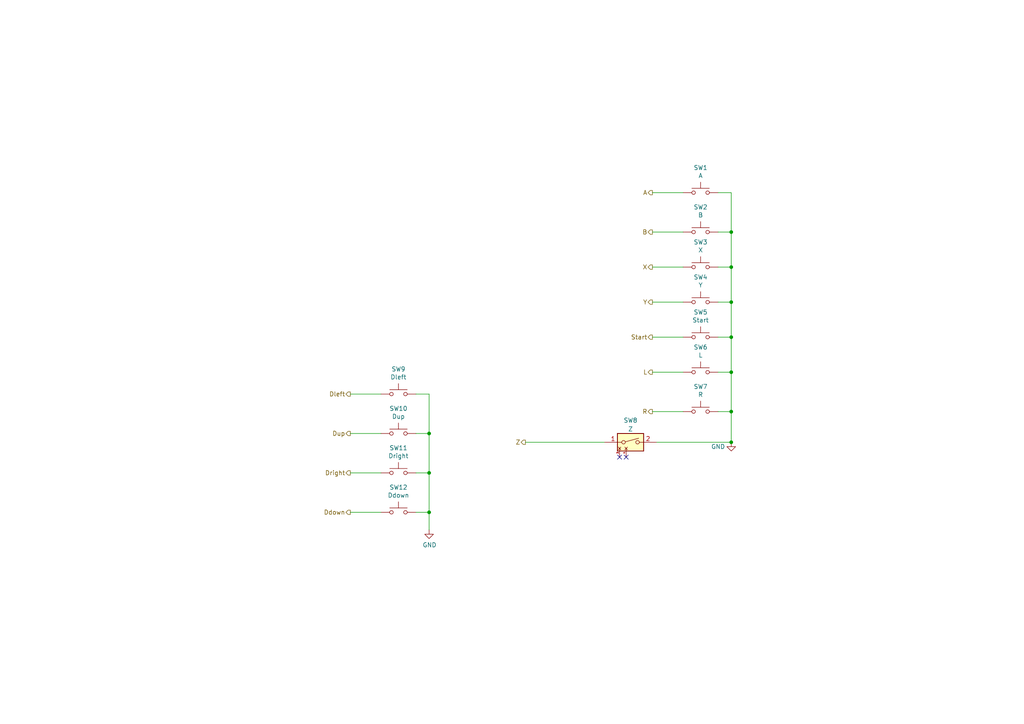
<source format=kicad_sch>
(kicad_sch (version 20211123) (generator eeschema)
  (paper "A4")
  (title_block (title "PHORAE") (rev "A"))
  (lib_symbols
    (symbol "PhobGCC_Symbol_Library:SW_DIP_x01" (pin_names (offset 0) hide)
      (property "Reference" "SW8" (at 0 6.35 0))
      (property "Value" "Z" (at 0 3.81 0))
      (symbol "SW_DIP_x01_0_0"
        (circle (center -2.032 0) (radius 0.508))
        (polyline (pts (xy -1.524 0.127) (xy 2.3622 1.1684)))
        (circle (center 2.032 0) (radius 0.508))
      )
      (symbol "SW_DIP_x01_0_1"
        (rectangle (start -3.81 2.54) (end 3.81 -2.54) (stroke (width 0.254)) (fill (type background)))
      )
      (symbol "SW_DIP_x01_1_1"
        (pin passive line (at -7.62 0 0) (length 5.08) (name "~") (number "1"))
        (pin passive line (at 7.62 0 180) (length 5.08) (name "~") (number "2"))
        (pin no_connect line (at -3.175 -1.778 270) (length 2.54) (name "") (number "3"))
        (pin no_connect line (at -1.27 -1.778 270) (length 2.54) (name "") (number "4"))
      )
    )
    (symbol "Switch:SW_Push" (pin_numbers hide) (pin_names (offset 1.016) hide)
      (property "Reference" "SW" (at 1.27 2.54 0))
      (property "Value" "SW_Push" (at 0 -1.524 0))
      (symbol "SW_Push_0_1"
        (circle (center -2.032 0) (radius 0.508))
        (polyline (pts (xy 0 1.27) (xy 0 3.048)))
        (polyline (pts (xy 2.54 1.27) (xy -2.54 1.27)))
        (circle (center 2.032 0) (radius 0.508))
        (pin passive line (at -5.08 0 0) (length 2.54) (name "1") (number "1"))
        (pin passive line (at 5.08 0 180) (length 2.54) (name "2") (number "2"))
      )
    )
    (symbol "power:GND" (power) (pin_names (offset 0))
      (property "Value" "GND" (at 0 -3.81 0))
      (symbol "GND_0_1"
        (polyline (pts (xy 0 0) (xy 0 -1.27) (xy 1.27 -1.27) (xy 0 -2.54) (xy -1.27 -1.27) (xy 0 -1.27)))
      )
      (symbol "GND_1_1"
        (pin power_in line (at 0 0 270) (length 0) hide (name "GND") (number "1"))
      )
    )
  )
  (junction (at 212.09 128.27))
  (junction (at 212.09 77.47))
  (junction (at 124.46 148.59))
  (junction (at 212.09 97.79))
  (junction (at 212.09 107.95))
  (junction (at 212.09 119.38))
  (junction (at 124.46 137.16))
  (junction (at 212.09 87.63))
  (junction (at 124.46 125.73))
  (junction (at 212.09 67.31))
  (no_connect (at 181.61 132.588))
  (no_connect (at 179.705 132.588))
  (wire (pts (xy 124.46 125.73) (xy 124.46 137.16)))
  (wire (pts (xy 198.12 55.88) (xy 189.23 55.88)))
  (wire (pts (xy 208.28 119.38) (xy 212.09 119.38)))
  (wire (pts (xy 190.5 128.27) (xy 212.09 128.27)))
  (wire (pts (xy 212.09 119.38) (xy 212.09 107.95)))
  (wire (pts (xy 198.12 97.79) (xy 189.23 97.79)))
  (wire (pts (xy 120.65 137.16) (xy 124.46 137.16)))
  (wire (pts (xy 212.09 77.47) (xy 212.09 67.31)))
  (wire (pts (xy 212.09 87.63) (xy 212.09 77.47)))
  (wire (pts (xy 120.65 114.3) (xy 124.46 114.3)))
  (wire (pts (xy 110.49 114.3) (xy 101.6 114.3)))
  (wire (pts (xy 198.12 107.95) (xy 189.23 107.95)))
  (wire (pts (xy 198.12 77.47) (xy 189.23 77.47)))
  (wire (pts (xy 110.49 137.16) (xy 101.6 137.16)))
  (wire (pts (xy 208.28 77.47) (xy 212.09 77.47)))
  (wire (pts (xy 120.65 148.59) (xy 124.46 148.59)))
  (wire (pts (xy 208.28 87.63) (xy 212.09 87.63)))
  (wire (pts (xy 198.12 87.63) (xy 189.23 87.63)))
  (wire (pts (xy 198.12 67.31) (xy 189.23 67.31)))
  (wire (pts (xy 124.46 137.16) (xy 124.46 148.59)))
  (wire (pts (xy 110.49 125.73) (xy 101.6 125.73)))
  (wire (pts (xy 124.46 148.59) (xy 124.46 153.67)))
  (wire (pts (xy 208.28 107.95) (xy 212.09 107.95)))
  (wire (pts (xy 152.4 128.27) (xy 175.26 128.27)))
  (wire (pts (xy 124.46 114.3) (xy 124.46 125.73)))
  (wire (pts (xy 208.28 67.31) (xy 212.09 67.31)))
  (wire (pts (xy 208.28 55.88) (xy 212.09 55.88)))
  (wire (pts (xy 110.49 148.59) (xy 101.6 148.59)))
  (wire (pts (xy 198.12 119.38) (xy 189.23 119.38)))
  (wire (pts (xy 208.28 97.79) (xy 212.09 97.79)))
  (wire (pts (xy 212.09 107.95) (xy 212.09 97.79)))
  (wire (pts (xy 212.09 119.38) (xy 212.09 128.27)))
  (wire (pts (xy 120.65 125.73) (xy 124.46 125.73)))
  (wire (pts (xy 212.09 97.79) (xy 212.09 87.63)))
  (wire (pts (xy 212.09 55.88) (xy 212.09 67.31)))
  (hierarchical_label "Z" (shape output) (at 152.4 128.27 180))
  (hierarchical_label "Ddown" (shape output) (at 101.6 148.59 180))
  (hierarchical_label "A" (shape output) (at 189.23 55.88 180))
  (hierarchical_label "R" (shape output) (at 189.23 119.38 180))
  (hierarchical_label "L" (shape output) (at 189.23 107.95 180))
  (hierarchical_label "B" (shape output) (at 189.23 67.31 180))
  (hierarchical_label "Dup" (shape output) (at 101.6 125.73 180))
  (hierarchical_label "Dleft" (shape output) (at 101.6 114.3 180))
  (hierarchical_label "Start" (shape output) (at 189.23 97.79 180))
  (hierarchical_label "X" (shape output) (at 189.23 77.47 180))
  (hierarchical_label "Y" (shape output) (at 189.23 87.63 180))
  (hierarchical_label "Dright" (shape output) (at 101.6 137.16 180))
  (symbol (lib_id "Switch:SW_Push") (at 203.2 77.47 0) (unit 1)
    (property "Reference" "SW3" (at 203.2 70.231 0))
    (property "Value" "X" (at 203.2 72.5424 0))
    (property "Footprint" "PhobGCC_2_0_0_footprints:ABXY_Contact_Omron_Switch_Circley" (effects hide))
    (property "Package" "Virtual" (effects hide))
    (property "VARIANT" "NoVar" (effects hide))
    (property "DNP" "DNP" (effects hide))
  )
  (symbol (lib_id "Switch:SW_Push") (at 203.2 107.95 0) (unit 1)
    (property "Reference" "SW6" (at 203.2 100.711 0))
    (property "Value" "L" (at 203.2 103.0224 0))
    (property "Footprint" "PhobGCC_2_0_0_footprints:Pin_Header_Straight_1x02_Pitch2.54mm" (effects hide))
    (property "Package" "Virtual" (effects hide))
    (property "VARIANT" "NoVar" (effects hide))
    (property "DNP" "DNP" (effects hide))
  )
  (symbol (lib_id "Switch:SW_Push") (at 115.57 125.73 0) (unit 1)
    (property "Reference" "SW10" (at 115.57 118.491 0))
    (property "Value" "Dup" (at 115.57 120.8024 0))
    (property "Footprint" "PhobGCC_2_0_0_footprints:Dpad_Contact_TL3315NF_2_ZigZag" (effects hide))
    (property "Package" "Virtual" (effects hide))
    (property "VARIANT" "NoVar" (effects hide))
    (property "DNP" "DNP" (effects hide))
  )
  (symbol (lib_id "Switch:SW_Push") (at 203.2 87.63 0) (unit 1)
    (property "Reference" "SW4" (at 203.2 80.391 0))
    (property "Value" "Y" (at 203.2 82.7024 0))
    (property "Footprint" "PhobGCC_2_0_0_footprints:ABXY_Contact_Omron_Switch_Circley" (effects hide))
    (property "Package" "Virtual" (effects hide))
    (property "VARIANT" "NoVar" (effects hide))
    (property "DNP" "DNP" (effects hide))
  )
  (symbol (lib_id "Switch:SW_Push") (at 115.57 137.16 0) (unit 1)
    (property "Reference" "SW11" (at 115.57 129.921 0))
    (property "Value" "Dright" (at 115.57 132.2324 0))
    (property "Footprint" "PhobGCC_2_0_0_footprints:Dpad_Contact_TL3315NF_2_ZigZag" (effects hide))
    (property "Package" "Virtual" (effects hide))
    (property "VARIANT" "NoVar" (effects hide))
    (property "DNP" "DNP" (effects hide))
  )
  (symbol (lib_id "Switch:SW_Push") (at 203.2 97.79 0) (unit 1)
    (property "Reference" "SW5" (at 203.2 90.551 0))
    (property "Value" "Start" (at 203.2 92.8624 0))
    (property "Footprint" "PhobGCC_2_0_0_footprints:Start_Contact" (effects hide))
    (property "Package" "Virtual" (effects hide))
    (property "VARIANT" "NoVar" (effects hide))
    (property "DNP" "DNP" (effects hide))
  )
  (symbol (lib_id "Switch:SW_Push") (at 203.2 67.31 0) (unit 1)
    (property "Reference" "SW2" (at 203.2 60.071 0))
    (property "Value" "B" (at 203.2 62.3824 0))
    (property "Footprint" "PhobGCC_2_0_0_footprints:ABXY_Contact_Omron_Switch_Circley" (effects hide))
    (property "Package" "Virtual" (effects hide))
    (property "VARIANT" "NoVar" (effects hide))
    (property "DNP" "DNP" (effects hide))
  )
  (symbol (lib_id "Switch:SW_Push") (at 203.2 55.88 0) (unit 1)
    (property "Reference" "SW1" (at 203.2 48.641 0))
    (property "Value" "A" (at 203.2 50.9524 0))
    (property "Footprint" "PhobGCC_2_0_0_footprints:ABXY_Contact_Omron_Switch_Circley" (effects hide))
    (property "Package" "Virtual" (effects hide))
    (property "VARIANT" "NoVar" (effects hide))
    (property "DNP" "DNP" (effects hide))
  )
  (symbol (lib_id "Switch:SW_Push") (at 115.57 114.3 0) (unit 1)
    (property "Reference" "SW9" (at 115.57 107.061 0))
    (property "Value" "Dleft" (at 115.57 109.3724 0))
    (property "Footprint" "PhobGCC_2_0_0_footprints:Dpad_Contact_TL3315NF_2_ZigZag" (effects hide))
    (property "Package" "Virtual" (effects hide))
    (property "VARIANT" "NoVar" (effects hide))
    (property "DNP" "DNP" (effects hide))
  )
  (symbol (lib_id "Switch:SW_Push") (at 203.2 119.38 0) (unit 1)
    (property "Reference" "SW7" (at 203.2 112.141 0))
    (property "Value" "R" (at 203.2 114.4524 0))
    (property "Footprint" "PhobGCC_2_0_0_footprints:Pin_Header_Straight_1x02_Pitch2.54mm" (effects hide))
    (property "Package" "Virtual" (effects hide))
    (property "VARIANT" "NoVar" (effects hide))
    (property "DNP" "DNP" (effects hide))
  )
  (symbol (lib_id "PhobGCC_Symbol_Library:SW_DIP_x01") (at 182.88 128.27 0) (unit 1)
    (property "Reference" "SW8" (at 182.88 121.92 0))
    (property "Value" "Z" (at 182.88 124.46 0))
    (property "Footprint" "PhobGCC_2_0_0_footprints:Z_Switch_Edge_Omron" (effects hide))
    (property "Configuration_Pole-Throw" "Single Pole - Single Throw" (effects hide))
    (property "Contact_Current_Rating" "50 mA" (effects hide))
    (property "Comment" "1825027-5" (effects hide))
    (property "EU_RoHS_Compliance" "Compliant" (effects hide))
    (property "MPN" "1825027-5" (effects hide))
    (property "Manufacturer" "TE Connectivity ALCOSWITCH Switches" (effects hide))
    (property "Package" "Through-hole" (effects hide))
    (property "VARIANT" "NoVar" (effects hide))
  )
  (symbol (lib_id "Switch:SW_Push") (at 115.57 148.59 0) (unit 1)
    (property "Reference" "SW12" (at 115.57 141.351 0))
    (property "Value" "Ddown" (at 115.57 143.6624 0))
    (property "Footprint" "PhobGCC_2_0_0_footprints:Dpad_Contact_TL3315NF_2_ZigZag" (effects hide))
    (property "Package" "Virtual" (effects hide))
    (property "VARIANT" "NoVar" (effects hide))
    (property "DNP" "DNP" (effects hide))
  )
  (symbol (lib_id "power:GND") (at 212.09 128.27 0) (unit 1)
    (property "Reference" "#PWR016" (effects hide))
    (property "Value" "GND" (at 208.28 129.54 0))
  )
  (symbol (lib_id "power:GND") (at 124.46 153.67 0) (unit 1)
    (property "Reference" "#PWR014" (effects hide))
    (property "Value" "GND" (at 124.587 158.0642 0))
  )
)
</source>
